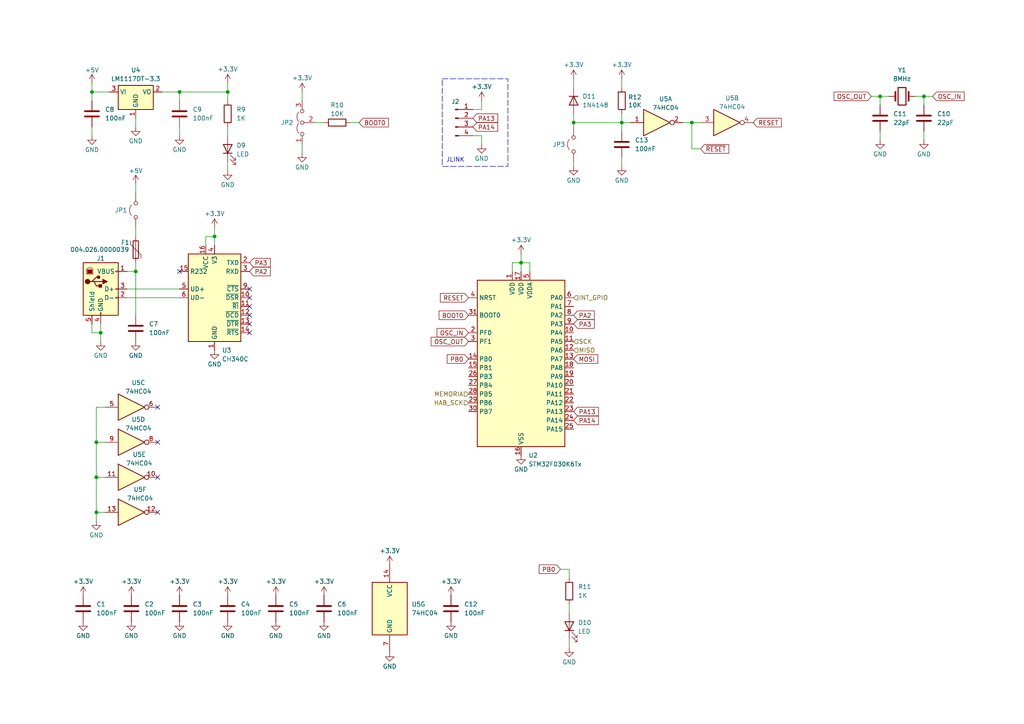
<source format=kicad_sch>
(kicad_sch (version 20250114) (generator "eeschema") (generator_version "9.0")
  (paper "A4")
  (lib_symbols
    (symbol "74xx:74HC04"
      (property "Reference" "U" (at 0 1.27 0))
      (property "Value" "74HC04" (at 0 -1.27 0))
      (symbol "74HC04_1_0"
        (polyline (pts (xy -3.81 3.81) (xy -3.81 -3.81) (xy 3.81 0) (xy -3.81 3.81)) (stroke (width 0.254)) (fill (type background)))
        (pin input line (at -7.62 0 0) (length 3.81) (name "~") (number "1"))
        (pin output inverted (at 7.62 0 180) (length 3.81) (name "~") (number "2"))
      )
      (symbol "74HC04_2_0"
        (polyline (pts (xy -3.81 3.81) (xy -3.81 -3.81) (xy 3.81 0) (xy -3.81 3.81)) (stroke (width 0.254)) (fill (type background)))
        (pin input line (at -7.62 0 0) (length 3.81) (name "~") (number "3"))
        (pin output inverted (at 7.62 0 180) (length 3.81) (name "~") (number "4"))
      )
      (symbol "74HC04_3_0"
        (polyline (pts (xy -3.81 3.81) (xy -3.81 -3.81) (xy 3.81 0) (xy -3.81 3.81)) (stroke (width 0.254)) (fill (type background)))
        (pin input line (at -7.62 0 0) (length 3.81) (name "~") (number "5"))
        (pin output inverted (at 7.62 0 180) (length 3.81) (name "~") (number "6"))
      )
      (symbol "74HC04_4_0"
        (polyline (pts (xy -3.81 3.81) (xy -3.81 -3.81) (xy 3.81 0) (xy -3.81 3.81)) (stroke (width 0.254)) (fill (type background)))
        (pin input line (at -7.62 0 0) (length 3.81) (name "~") (number "9"))
        (pin output inverted (at 7.62 0 180) (length 3.81) (name "~") (number "8"))
      )
      (symbol "74HC04_5_0"
        (polyline (pts (xy -3.81 3.81) (xy -3.81 -3.81) (xy 3.81 0) (xy -3.81 3.81)) (stroke (width 0.254)) (fill (type background)))
        (pin input line (at -7.62 0 0) (length 3.81) (name "~") (number "11"))
        (pin output inverted (at 7.62 0 180) (length 3.81) (name "~") (number "10"))
      )
      (symbol "74HC04_6_0"
        (polyline (pts (xy -3.81 3.81) (xy -3.81 -3.81) (xy 3.81 0) (xy -3.81 3.81)) (stroke (width 0.254)) (fill (type background)))
        (pin input line (at -7.62 0 0) (length 3.81) (name "~") (number "13"))
        (pin output inverted (at 7.62 0 180) (length 3.81) (name "~") (number "12"))
      )
      (symbol "74HC04_7_0"
        (pin power_in line (at 0 12.7 270) (length 5.08) (name "VCC") (number "14"))
        (pin power_in line (at 0 -12.7 90) (length 5.08) (name "GND") (number "7"))
      )
      (symbol "74HC04_7_1"
        (rectangle (start -5.08 7.62) (end 5.08 -7.62) (stroke (width 0.254)) (fill (type background)))
      )
    )
    (symbol "Connector:Conn_01x04_Pin" (pin_names (offset 1.016) (hide yes))
      (property "Reference" "J" (at 0 5.08 0))
      (property "Value" "Conn_01x04_Pin" (at 0 -7.62 0))
      (symbol "Conn_01x04_Pin_1_1"
        (rectangle (start 0.8636 2.667) (end 0 2.413) (stroke (width 0.1524)) (fill (type outline)))
        (rectangle (start 0.8636 0.127) (end 0 -0.127) (stroke (width 0.1524)) (fill (type outline)))
        (rectangle (start 0.8636 -2.413) (end 0 -2.667) (stroke (width 0.1524)) (fill (type outline)))
        (rectangle (start 0.8636 -4.953) (end 0 -5.207) (stroke (width 0.1524)) (fill (type outline)))
        (polyline (pts (xy 1.27 2.54) (xy 0.8636 2.54)) (stroke (width 0.1524)))
        (polyline (pts (xy 1.27 0) (xy 0.8636 0)) (stroke (width 0.1524)))
        (polyline (pts (xy 1.27 -2.54) (xy 0.8636 -2.54)) (stroke (width 0.1524)))
        (polyline (pts (xy 1.27 -5.08) (xy 0.8636 -5.08)) (stroke (width 0.1524)))
        (pin passive line (at 5.08 2.54 180) (length 3.81) (name "Pin_1") (number "1"))
        (pin passive line (at 5.08 0 180) (length 3.81) (name "Pin_2") (number "2"))
        (pin passive line (at 5.08 -2.54 180) (length 3.81) (name "Pin_3") (number "3"))
        (pin passive line (at 5.08 -5.08 180) (length 3.81) (name "Pin_4") (number "4"))
      )
    )
    (symbol "Connector:USB_B" (pin_names (offset 1.016))
      (property "Reference" "J" (at -5.08 11.43 0))
      (property "Value" "USB_B" (at -5.08 8.89 0))
      (symbol "USB_B_0_1"
        (rectangle (start -5.08 -7.62) (end 5.08 7.62) (stroke (width 0.254)) (fill (type background)))
        (polyline (pts (xy -4.064 4.318) (xy -2.286 4.318) (xy -2.286 5.715) (xy -2.667 6.096) (xy -3.683 6.096) (xy -4.064 5.715) (xy -4.064 4.318)))
        (rectangle (start -3.81 5.588) (end -2.54 4.572) (fill (type outline)))
        (circle (center -3.81 2.159) (radius 0.635) (stroke (width 0.254)) (fill (type outline)))
        (polyline (pts (xy -3.175 2.159) (xy -2.54 2.159) (xy -1.27 3.429) (xy -0.635 3.429)) (stroke (width 0.254)))
        (polyline (pts (xy -2.54 2.159) (xy -1.905 2.159) (xy -1.27 0.889) (xy 0 0.889)) (stroke (width 0.254)))
        (polyline (pts (xy -1.905 2.159) (xy 0.635 2.159)) (stroke (width 0.254)))
        (circle (center -0.635 3.429) (radius 0.381) (stroke (width 0.254)) (fill (type outline)))
        (rectangle (start -0.127 -7.62) (end 0.127 -6.858))
        (rectangle (start 0.254 1.27) (end -0.508 0.508) (stroke (width 0.254)) (fill (type outline)))
        (polyline (pts (xy 0.635 2.794) (xy 0.635 1.524) (xy 1.905 2.159) (xy 0.635 2.794)) (stroke (width 0.254)) (fill (type outline)))
        (rectangle (start 5.08 4.953) (end 4.318 5.207))
        (rectangle (start 5.08 -0.127) (end 4.318 0.127))
        (rectangle (start 5.08 -2.667) (end 4.318 -2.413))
      )
      (symbol "USB_B_1_1"
        (pin passive line (at -2.54 -10.16 90) (length 2.54) (name "Shield") (number "5"))
        (pin power_out line (at 0 -10.16 90) (length 2.54) (name "GND") (number "4"))
        (pin power_out line (at 7.62 5.08 180) (length 2.54) (name "VBUS") (number "1"))
        (pin bidirectional line (at 7.62 0 180) (length 2.54) (name "D+") (number "3"))
        (pin bidirectional line (at 7.62 -2.54 180) (length 2.54) (name "D-") (number "2"))
      )
    )
    (symbol "Device:C" (pin_numbers (hide yes)) (pin_names (offset 0.254))
      (property "Reference" "C" (at 0.635 2.54 0))
      (property "Value" "C" (at 0.635 -2.54 0))
      (symbol "C_0_1"
        (polyline (pts (xy -2.032 0.762) (xy 2.032 0.762)) (stroke (width 0.508)))
        (polyline (pts (xy -2.032 -0.762) (xy 2.032 -0.762)) (stroke (width 0.508)))
      )
      (symbol "C_1_1"
        (pin passive line (at 0 3.81 270) (length 2.794) (name "~") (number "1"))
        (pin passive line (at 0 -3.81 90) (length 2.794) (name "~") (number "2"))
      )
    )
    (symbol "Device:Crystal" (pin_numbers (hide yes)) (pin_names (offset 1.016) (hide yes))
      (property "Reference" "Y" (at 0 3.81 0))
      (property "Value" "Crystal" (at 0 -3.81 0))
      (symbol "Crystal_0_1"
        (polyline (pts (xy -2.54 0) (xy -1.905 0)))
        (polyline (pts (xy -1.905 -1.27) (xy -1.905 1.27)) (stroke (width 0.508)))
        (rectangle (start -1.143 2.54) (end 1.143 -2.54) (stroke (width 0.3048)))
        (polyline (pts (xy 1.905 -1.27) (xy 1.905 1.27)) (stroke (width 0.508)))
        (polyline (pts (xy 2.54 0) (xy 1.905 0)))
      )
      (symbol "Crystal_1_1"
        (pin passive line (at -3.81 0 0) (length 1.27) (name "1") (number "1"))
        (pin passive line (at 3.81 0 180) (length 1.27) (name "2") (number "2"))
      )
    )
    (symbol "Device:LED" (pin_numbers (hide yes)) (pin_names (offset 1.016) (hide yes))
      (property "Reference" "D" (at 0 2.54 0))
      (property "Value" "LED" (at 0 -2.54 0))
      (symbol "LED_0_1"
        (polyline (pts (xy -3.048 -0.762) (xy -4.572 -2.286) (xy -3.81 -2.286) (xy -4.572 -2.286) (xy -4.572 -1.524)))
        (polyline (pts (xy -1.778 -0.762) (xy -3.302 -2.286) (xy -2.54 -2.286) (xy -3.302 -2.286) (xy -3.302 -1.524)))
        (polyline (pts (xy -1.27 0) (xy 1.27 0)))
        (polyline (pts (xy -1.27 -1.27) (xy -1.27 1.27)) (stroke (width 0.254)))
        (polyline (pts (xy 1.27 -1.27) (xy 1.27 1.27) (xy -1.27 0) (xy 1.27 -1.27)) (stroke (width 0.254)))
      )
      (symbol "LED_1_1"
        (pin passive line (at -3.81 0 0) (length 2.54) (name "K") (number "1"))
        (pin passive line (at 3.81 0 180) (length 2.54) (name "A") (number "2"))
      )
    )
    (symbol "Device:Polyfuse" (pin_numbers (hide yes)) (pin_names (offset 0))
      (property "Reference" "F" (at -2.54 0 90))
      (property "Value" "Polyfuse" (at 2.54 0 90))
      (symbol "Polyfuse_0_1"
        (polyline (pts (xy -1.524 2.54) (xy -1.524 1.524) (xy 1.524 -1.524) (xy 1.524 -2.54)))
        (rectangle (start -0.762 2.54) (end 0.762 -2.54) (stroke (width 0.254)))
        (polyline (pts (xy 0 2.54) (xy 0 -2.54)))
      )
      (symbol "Polyfuse_1_1"
        (pin passive line (at 0 3.81 270) (length 1.27) (name "~") (number "1"))
        (pin passive line (at 0 -3.81 90) (length 1.27) (name "~") (number "2"))
      )
    )
    (symbol "Device:R" (pin_numbers (hide yes)) (pin_names (offset 0))
      (property "Reference" "R" (at 2.032 0 90))
      (property "Value" "R" (at 0 0 90))
      (symbol "R_0_1"
        (rectangle (start -1.016 -2.54) (end 1.016 2.54) (stroke (width 0.254)))
      )
      (symbol "R_1_1"
        (pin passive line (at 0 3.81 270) (length 1.27) (name "~") (number "1"))
        (pin passive line (at 0 -3.81 90) (length 1.27) (name "~") (number "2"))
      )
    )
    (symbol "Diode:1N4148" (pin_numbers (hide yes)) (pin_names (hide yes))
      (property "Reference" "D" (at 0 2.54 0))
      (property "Value" "1N4148" (at 0 -2.54 0))
      (symbol "1N4148_0_1"
        (polyline (pts (xy -1.27 1.27) (xy -1.27 -1.27)) (stroke (width 0.254)))
        (polyline (pts (xy 1.27 1.27) (xy 1.27 -1.27) (xy -1.27 0) (xy 1.27 1.27)) (stroke (width 0.254)))
        (polyline (pts (xy 1.27 0) (xy -1.27 0)))
      )
      (symbol "1N4148_1_1"
        (pin passive line (at -3.81 0 0) (length 2.54) (name "K") (number "1"))
        (pin passive line (at 3.81 0 180) (length 2.54) (name "A") (number "2"))
      )
    )
    (symbol "Interface_USB:CH340C"
      (property "Reference" "U" (at -5.08 13.97 0))
      (property "Value" "CH340C" (at 1.27 13.97 0))
      (symbol "CH340C_0_1"
        (rectangle (start -7.62 12.7) (end 7.62 -12.7) (stroke (width 0.254)) (fill (type background)))
      )
      (symbol "CH340C_1_1"
        (pin input line (at -10.16 7.62 0) (length 2.54) (name "R232") (number "15"))
        (pin bidirectional line (at -10.16 2.54 0) (length 2.54) (name "UD+") (number "5"))
        (pin bidirectional line (at -10.16 0 0) (length 2.54) (name "UD-") (number "6"))
        (pin no_connect line (at -7.62 -5.08 0) (length 2.54) (hide yes) (name "NC") (number "7"))
        (pin no_connect line (at -7.62 -7.62 0) (length 2.54) (hide yes) (name "NC") (number "8"))
        (pin power_in line (at -2.54 15.24 270) (length 2.54) (name "VCC") (number "16"))
        (pin power_out line (at 0 15.24 270) (length 2.54) (name "V3") (number "4"))
        (pin power_in line (at 0 -15.24 90) (length 2.54) (name "GND") (number "1"))
        (pin output line (at 10.16 10.16 180) (length 2.54) (name "TXD") (number "2"))
        (pin input line (at 10.16 7.62 180) (length 2.54) (name "RXD") (number "3"))
        (pin input line (at 10.16 2.54 180) (length 2.54) (name "~{CTS}") (number "9"))
        (pin input line (at 10.16 0 180) (length 2.54) (name "~{DSR}") (number "10"))
        (pin input line (at 10.16 -2.54 180) (length 2.54) (name "~{RI}") (number "11"))
        (pin input line (at 10.16 -5.08 180) (length 2.54) (name "~{DCD}") (number "12"))
        (pin output line (at 10.16 -7.62 180) (length 2.54) (name "~{DTR}") (number "13"))
        (pin output line (at 10.16 -10.16 180) (length 2.54) (name "~{RTS}") (number "14"))
      )
    )
    (symbol "Jumper:Jumper_2_Open" (pin_numbers (hide yes)) (pin_names (offset 0) (hide yes))
      (property "Reference" "JP" (at 0 2.794 0))
      (property "Value" "Jumper_2_Open" (at 0 -2.286 0))
      (symbol "Jumper_2_Open_0_0"
        (circle (center -2.032 0) (radius 0.508))
        (circle (center 2.032 0) (radius 0.508))
      )
      (symbol "Jumper_2_Open_0_1"
        (arc (start -1.524 1.27) (mid 0 1.778) (end 1.524 1.27))
      )
      (symbol "Jumper_2_Open_1_1"
        (pin passive line (at -5.08 0 0) (length 2.54) (name "A") (number "1"))
        (pin passive line (at 5.08 0 180) (length 2.54) (name "B") (number "2"))
      )
    )
    (symbol "Jumper:Jumper_3_Open" (pin_names (offset 0) (hide yes)) (in_bom no)
      (property "Reference" "JP" (at -2.54 -2.54 0))
      (property "Value" "Jumper_3_Open" (at 0 2.794 0))
      (symbol "Jumper_3_Open_0_0"
        (circle (center -3.302 0) (radius 0.508))
        (circle (center 0 0) (radius 0.508))
        (circle (center 3.302 0) (radius 0.508))
      )
      (symbol "Jumper_3_Open_0_1"
        (arc (start -3.048 1.016) (mid -1.651 1.4992) (end -0.254 1.016))
        (polyline (pts (xy 0 -0.508) (xy 0 -1.27)))
        (arc (start 0.254 1.016) (mid 1.651 1.4992) (end 3.048 1.016))
      )
      (symbol "Jumper_3_Open_1_1"
        (pin passive line (at -6.35 0 0) (length 2.54) (name "A") (number "1"))
        (pin passive line (at 0 -3.81 90) (length 2.54) (name "C") (number "2"))
        (pin passive line (at 6.35 0 180) (length 2.54) (name "B") (number "3"))
      )
    )
    (symbol "MCU_ST_STM32F0:STM32F030K6Tx"
      (property "Reference" "U" (at -12.7 26.67 0))
      (property "Value" "STM32F030K6Tx" (at 5.08 26.67 0))
      (symbol "STM32F030K6Tx_0_1"
        (rectangle (start -12.7 -22.86) (end 12.7 25.4) (stroke (width 0.254)) (fill (type background)))
      )
      (symbol "STM32F030K6Tx_1_1"
        (pin input line (at -15.24 20.32 0) (length 2.54) (name "NRST") (number "4"))
        (pin input line (at -15.24 15.24 0) (length 2.54) (name "BOOT0") (number "31"))
        (pin bidirectional line (at -15.24 10.16 0) (length 2.54) (name "PF0") (number "2"))
        (pin bidirectional line (at -15.24 7.62 0) (length 2.54) (name "PF1") (number "3"))
        (pin bidirectional line (at -15.24 2.54 0) (length 2.54) (name "PB0") (number "14"))
        (pin bidirectional line (at -15.24 0 0) (length 2.54) (name "PB1") (number "15"))
        (pin bidirectional line (at -15.24 -2.54 0) (length 2.54) (name "PB3") (number "26"))
        (pin bidirectional line (at -15.24 -5.08 0) (length 2.54) (name "PB4") (number "27"))
        (pin bidirectional line (at -15.24 -7.62 0) (length 2.54) (name "PB5") (number "28"))
        (pin bidirectional line (at -15.24 -10.16 0) (length 2.54) (name "PB6") (number "29"))
        (pin bidirectional line (at -15.24 -12.7 0) (length 2.54) (name "PB7") (number "30"))
        (pin power_in line (at -2.54 27.94 270) (length 2.54) (name "VDD") (number "1"))
        (pin power_in line (at 0 27.94 270) (length 2.54) (name "VDD") (number "17"))
        (pin power_in line (at 0 -25.4 90) (length 2.54) (name "VSS") (number "16"))
        (pin passive line (at 0 -25.4 90) (length 2.54) (hide yes) (name "VSS") (number "32"))
        (pin power_in line (at 2.54 27.94 270) (length 2.54) (name "VDDA") (number "5"))
        (pin bidirectional line (at 15.24 20.32 180) (length 2.54) (name "PA0") (number "6"))
        (pin bidirectional line (at 15.24 17.78 180) (length 2.54) (name "PA1") (number "7"))
        (pin bidirectional line (at 15.24 15.24 180) (length 2.54) (name "PA2") (number "8"))
        (pin bidirectional line (at 15.24 12.7 180) (length 2.54) (name "PA3") (number "9"))
        (pin bidirectional line (at 15.24 10.16 180) (length 2.54) (name "PA4") (number "10"))
        (pin bidirectional line (at 15.24 7.62 180) (length 2.54) (name "PA5") (number "11"))
        (pin bidirectional line (at 15.24 5.08 180) (length 2.54) (name "PA6") (number "12"))
        (pin bidirectional line (at 15.24 2.54 180) (length 2.54) (name "PA7") (number "13"))
        (pin bidirectional line (at 15.24 0 180) (length 2.54) (name "PA8") (number "18"))
        (pin bidirectional line (at 15.24 -2.54 180) (length 2.54) (name "PA9") (number "19"))
        (pin bidirectional line (at 15.24 -5.08 180) (length 2.54) (name "PA10") (number "20"))
        (pin bidirectional line (at 15.24 -7.62 180) (length 2.54) (name "PA11") (number "21"))
        (pin bidirectional line (at 15.24 -10.16 180) (length 2.54) (name "PA12") (number "22"))
        (pin bidirectional line (at 15.24 -12.7 180) (length 2.54) (name "PA13") (number "23"))
        (pin bidirectional line (at 15.24 -15.24 180) (length 2.54) (name "PA14") (number "24"))
        (pin bidirectional line (at 15.24 -17.78 180) (length 2.54) (name "PA15") (number "25"))
      )
    )
    (symbol "Regulator_Linear:LM1117DT-3.3"
      (property "Reference" "U" (at -3.81 3.175 0))
      (property "Value" "LM1117DT-3.3" (at 0 3.175 0))
      (symbol "LM1117DT-3.3_0_1"
        (rectangle (start -5.08 -5.08) (end 5.08 1.905) (stroke (width 0.254)) (fill (type background)))
      )
      (symbol "LM1117DT-3.3_1_1"
        (pin power_in line (at -7.62 0 0) (length 2.54) (name "VI") (number "3"))
        (pin power_in line (at 0 -7.62 90) (length 2.54) (name "GND") (number "1"))
        (pin power_out line (at 7.62 0 180) (length 2.54) (name "VO") (number "2"))
      )
    )
    (symbol "power:+3.3V" (power) (pin_numbers (hide yes)) (pin_names (offset 0) (hide yes))
      (property "Value" "+3.3V" (at 0 3.556 0))
      (symbol "+3.3V_0_1"
        (polyline (pts (xy -0.762 1.27) (xy 0 2.54)))
        (polyline (pts (xy 0 2.54) (xy 0.762 1.27)))
        (polyline (pts (xy 0 0) (xy 0 2.54)))
      )
      (symbol "+3.3V_1_1"
        (pin power_in line (at 0 0 90) (length 0) (name "~") (number "1"))
      )
    )
    (symbol "power:+5V" (power) (pin_numbers (hide yes)) (pin_names (offset 0) (hide yes))
      (property "Value" "+5V" (at 0 3.556 0))
      (symbol "+5V_0_1"
        (polyline (pts (xy -0.762 1.27) (xy 0 2.54)))
        (polyline (pts (xy 0 2.54) (xy 0.762 1.27)))
        (polyline (pts (xy 0 0) (xy 0 2.54)))
      )
      (symbol "+5V_1_1"
        (pin power_in line (at 0 0 90) (length 0) (name "~") (number "1"))
      )
    )
    (symbol "power:GND" (power) (pin_numbers (hide yes)) (pin_names (offset 0) (hide yes))
      (property "Value" "GND" (at 0 -3.81 0))
      (symbol "GND_0_1"
        (polyline (pts (xy 0 0) (xy 0 -1.27) (xy 1.27 -1.27) (xy 0 -2.54) (xy -1.27 -1.27) (xy 0 -1.27)))
      )
      (symbol "GND_1_1"
        (pin power_in line (at 0 0 270) (length 0) (name "~") (number "1"))
      )
    )
  )
  (rectangle (start 128.27 22.86) (end 147.32 48.26) (stroke (width 0) (type dash)))
  (text "JLINK" (at 132.08 46.482 0) (effects (font (size 1.27 1.27))))
  (junction (at 166.37 35.56))
  (junction (at 66.04 26.67))
  (junction (at 52.07 26.67))
  (junction (at 27.94 138.43))
  (junction (at 29.21 96.52))
  (junction (at 62.23 68.58))
  (junction (at 27.94 148.59))
  (junction (at 180.34 35.56))
  (junction (at 255.27 27.94))
  (junction (at 200.66 35.56))
  (junction (at 39.37 78.74))
  (junction (at 26.67 26.67))
  (junction (at 27.94 128.27))
  (junction (at 267.97 27.94))
  (junction (at 151.13 76.2))
  (no_connect (at 52.07 78.74))
  (no_connect (at 72.39 93.98))
  (no_connect (at 45.72 118.11))
  (no_connect (at 45.72 138.43))
  (no_connect (at 72.39 96.52))
  (no_connect (at 72.39 83.82))
  (no_connect (at 45.72 148.59))
  (no_connect (at 72.39 86.36))
  (no_connect (at 72.39 88.9))
  (no_connect (at 45.72 128.27))
  (no_connect (at 72.39 91.44))
  (wire (pts (xy 39.37 76.2) (xy 39.37 78.74)))
  (wire (pts (xy 62.23 66.04) (xy 62.23 68.58)))
  (wire (pts (xy 91.44 35.56) (xy 93.98 35.56)))
  (wire (pts (xy 151.13 76.2) (xy 153.67 76.2)))
  (wire (pts (xy 166.37 35.56) (xy 166.37 36.83)))
  (wire (pts (xy 166.37 35.56) (xy 180.34 35.56)))
  (wire (pts (xy 36.83 83.82) (xy 52.07 83.82)))
  (wire (pts (xy 29.21 93.98) (xy 29.21 96.52)))
  (wire (pts (xy 203.2 43.18) (xy 200.66 43.18)))
  (wire (pts (xy 39.37 36.83) (xy 39.37 34.29)))
  (wire (pts (xy 151.13 73.66) (xy 151.13 76.2)))
  (wire (pts (xy 27.94 138.43) (xy 30.48 138.43)))
  (wire (pts (xy 66.04 26.67) (xy 52.07 26.67)))
  (wire (pts (xy 27.94 138.43) (xy 27.94 128.27)))
  (wire (pts (xy 27.94 118.11) (xy 30.48 118.11)))
  (wire (pts (xy 36.83 86.36) (xy 52.07 86.36)))
  (wire (pts (xy 59.69 71.12) (xy 59.69 68.58)))
  (wire (pts (xy 255.27 40.64) (xy 255.27 38.1)))
  (wire (pts (xy 148.59 78.74) (xy 148.59 76.2)))
  (wire (pts (xy 26.67 93.98) (xy 26.67 96.52)))
  (wire (pts (xy 62.23 68.58) (xy 62.23 71.12)))
  (wire (pts (xy 267.97 27.94) (xy 265.43 27.94)))
  (wire (pts (xy 137.16 39.37) (xy 139.7 39.37)))
  (wire (pts (xy 151.13 76.2) (xy 151.13 78.74)))
  (wire (pts (xy 66.04 29.21) (xy 66.04 26.67)))
  (wire (pts (xy 267.97 30.48) (xy 267.97 27.94)))
  (wire (pts (xy 137.16 31.75) (xy 139.7 31.75)))
  (wire (pts (xy 153.67 78.74) (xy 153.67 76.2)))
  (wire (pts (xy 26.67 96.52) (xy 29.21 96.52)))
  (wire (pts (xy 66.04 26.67) (xy 66.04 24.13)))
  (wire (pts (xy 180.34 35.56) (xy 180.34 33.02)))
  (wire (pts (xy 26.67 26.67) (xy 26.67 24.13)))
  (wire (pts (xy 87.63 44.45) (xy 87.63 41.91)))
  (wire (pts (xy 200.66 43.18) (xy 200.66 35.56)))
  (wire (pts (xy 165.1 187.96) (xy 165.1 185.42)))
  (wire (pts (xy 148.59 76.2) (xy 151.13 76.2)))
  (wire (pts (xy 26.67 39.37) (xy 26.67 36.83)))
  (wire (pts (xy 139.7 41.91) (xy 139.7 39.37)))
  (wire (pts (xy 180.34 22.86) (xy 180.34 25.4)))
  (wire (pts (xy 27.94 128.27) (xy 30.48 128.27)))
  (wire (pts (xy 66.04 36.83) (xy 66.04 39.37)))
  (wire (pts (xy 165.1 175.26) (xy 165.1 177.8)))
  (wire (pts (xy 52.07 39.37) (xy 52.07 36.83)))
  (wire (pts (xy 27.94 148.59) (xy 30.48 148.59)))
  (wire (pts (xy 165.1 167.64) (xy 165.1 165.1)))
  (wire (pts (xy 27.94 148.59) (xy 27.94 138.43)))
  (wire (pts (xy 29.21 96.52) (xy 29.21 99.06)))
  (wire (pts (xy 267.97 40.64) (xy 267.97 38.1)))
  (wire (pts (xy 166.37 22.86) (xy 166.37 25.4)))
  (wire (pts (xy 39.37 91.44) (xy 39.37 78.74)))
  (wire (pts (xy 27.94 151.13) (xy 27.94 148.59)))
  (wire (pts (xy 162.56 165.1) (xy 165.1 165.1)))
  (wire (pts (xy 26.67 26.67) (xy 26.67 29.21)))
  (wire (pts (xy 46.99 26.67) (xy 52.07 26.67)))
  (wire (pts (xy 59.69 68.58) (xy 62.23 68.58)))
  (wire (pts (xy 101.6 35.56) (xy 104.14 35.56)))
  (wire (pts (xy 198.12 35.56) (xy 200.66 35.56)))
  (wire (pts (xy 87.63 26.67) (xy 87.63 29.21)))
  (wire (pts (xy 200.66 35.56) (xy 203.2 35.56)))
  (wire (pts (xy 267.97 27.94) (xy 270.51 27.94)))
  (wire (pts (xy 166.37 48.26) (xy 166.37 46.99)))
  (wire (pts (xy 52.07 26.67) (xy 52.07 29.21)))
  (wire (pts (xy 180.34 35.56) (xy 182.88 35.56)))
  (wire (pts (xy 39.37 66.04) (xy 39.37 68.58)))
  (wire (pts (xy 166.37 33.02) (xy 166.37 35.56)))
  (wire (pts (xy 39.37 78.74) (xy 36.83 78.74)))
  (wire (pts (xy 39.37 53.34) (xy 39.37 55.88)))
  (wire (pts (xy 26.67 26.67) (xy 31.75 26.67)))
  (wire (pts (xy 139.7 29.21) (xy 139.7 31.75)))
  (wire (pts (xy 66.04 49.53) (xy 66.04 46.99)))
  (wire (pts (xy 27.94 128.27) (xy 27.94 118.11)))
  (wire (pts (xy 252.73 27.94) (xy 255.27 27.94)))
  (wire (pts (xy 180.34 48.26) (xy 180.34 45.72)))
  (wire (pts (xy 180.34 35.56) (xy 180.34 38.1)))
  (wire (pts (xy 255.27 27.94) (xy 257.81 27.94)))
  (wire (pts (xy 255.27 30.48) (xy 255.27 27.94)))
  (global_label "PA13" (shape input) (at 166.37 119.38 0) (property "Intersheetrefs" "${INTERSHEET_REFS}" (effects (hide yes))))
  (global_label "PB0" (shape input) (at 135.89 104.14 180) (property "Intersheetrefs" "${INTERSHEET_REFS}" (effects (hide yes))))
  (global_label "~{RESET}" (shape input) (at 203.2 43.18 0) (property "Intersheetrefs" "${INTERSHEET_REFS}" (effects (hide yes))))
  (global_label "PA3" (shape input) (at 166.37 93.98 0) (property "Intersheetrefs" "${INTERSHEET_REFS}" (effects (hide yes))))
  (global_label "BOOT0" (shape input) (at 104.14 35.56 0) (property "Intersheetrefs" "${INTERSHEET_REFS}" (effects (hide yes))))
  (global_label "PA13" (shape input) (at 137.16 34.29 0) (property "Intersheetrefs" "${INTERSHEET_REFS}" (effects (hide yes))))
  (global_label "PA14" (shape input) (at 166.37 121.92 0) (property "Intersheetrefs" "${INTERSHEET_REFS}" (effects (hide yes))))
  (global_label "PA3" (shape input) (at 72.39 76.2 0) (property "Intersheetrefs" "${INTERSHEET_REFS}" (effects (hide yes))))
  (global_label "BOOT0" (shape input) (at 135.89 91.44 180) (property "Intersheetrefs" "${INTERSHEET_REFS}" (effects (hide yes))))
  (global_label "RESET" (shape input) (at 218.44 35.56 0) (property "Intersheetrefs" "${INTERSHEET_REFS}" (effects (hide yes))))
  (global_label "OSC_OUT" (shape input) (at 135.89 99.06 180) (property "Intersheetrefs" "${INTERSHEET_REFS}" (effects (hide yes))))
  (global_label "OSC_IN" (shape input) (at 135.89 96.52 180) (property "Intersheetrefs" "${INTERSHEET_REFS}" (effects (hide yes))))
  (global_label "PA14" (shape input) (at 137.16 36.83 0) (property "Intersheetrefs" "${INTERSHEET_REFS}" (effects (hide yes))))
  (global_label "RESET" (shape input) (at 135.89 86.36 180) (property "Intersheetrefs" "${INTERSHEET_REFS}" (effects (hide yes))))
  (global_label "MOSI" (shape input) (at 166.37 104.14 0) (property "Intersheetrefs" "${INTERSHEET_REFS}" (effects (hide yes))))
  (global_label "OSC_IN" (shape input) (at 270.51 27.94 0) (property "Intersheetrefs" "${INTERSHEET_REFS}" (effects (hide yes))))
  (global_label "PA2" (shape input) (at 72.39 78.74 0) (property "Intersheetrefs" "${INTERSHEET_REFS}" (effects (hide yes))))
  (global_label "PA2" (shape input) (at 166.37 91.44 0) (property "Intersheetrefs" "${INTERSHEET_REFS}" (effects (hide yes))))
  (global_label "PB0" (shape input) (at 162.56 165.1 180) (property "Intersheetrefs" "${INTERSHEET_REFS}" (effects (hide yes))))
  (global_label "OSC_OUT" (shape input) (at 252.73 27.94 180) (property "Intersheetrefs" "${INTERSHEET_REFS}" (effects (hide yes))))
  (hierarchical_label "HAB_SCK" (shape input) (at 135.89 116.84 180))
  (hierarchical_label "MISO" (shape input) (at 166.37 101.6 0))
  (hierarchical_label "MEMORIA" (shape input) (at 135.89 114.3 180))
  (hierarchical_label "INT_GPIO" (shape input) (at 166.37 86.36 0))
  (hierarchical_label "SCK" (shape input) (at 166.37 99.06 0))
  (symbol (lib_id "power:GND") (at 39.37 99.06 0) (unit 1)
    (property "Reference" "#PWR021" (effects (hide yes)))
    (property "Value" "GND" (at 39.37 103.124 0))
    (property "Description" "Power symbol creates a global label with name \"GND\" , ground" (effects (hide yes)))
  )
  (symbol (lib_id "power:GND") (at 39.37 36.83 0) (unit 1)
    (property "Reference" "#PWR025" (effects (hide yes)))
    (property "Value" "GND" (at 39.37 40.894 0))
    (property "Description" "Power symbol creates a global label with name \"GND\" , ground" (effects (hide yes)))
  )
  (symbol (lib_id "Device:C") (at 130.81 176.53 0) (unit 1)
    (property "Reference" "C12" (at 134.62 175.2599 0) (effects (justify left)))
    (property "Value" "100nF" (at 134.62 177.7999 0) (effects (justify left)))
    (property "Footprint" "Capacitor_SMD:C_0805_2012Metric_Pad1.18x1.45mm_HandSolder" (effects (hide yes)))
    (property "Description" "Unpolarized capacitor" (effects (hide yes)))
  )
  (symbol (lib_id "Diode:1N4148") (at 166.37 29.21 270) (unit 1)
    (property "Reference" "D11" (at 168.91 27.9399 90) (effects (justify left)))
    (property "Value" "1N4148" (at 168.91 30.4799 90) (effects (justify left)))
    (property "Footprint" "Diode_THT:D_DO-35_SOD27_P7.62mm_Horizontal" (effects (hide yes)))
    (property "Datasheet" "https://assets.nexperia.com/documents/data-sheet/1N4148_1N4448.pdf" (effects (hide yes)))
    (property "Description" "100V 0.15A standard switching diode, DO-35" (effects (hide yes)))
    (property "Sim.Device" "D" (effects (hide yes)))
    (property "Sim.Pins" "1=K 2=A" (effects (hide yes)))
  )
  (symbol (lib_id "power:GND") (at 165.1 187.96 0) (unit 1)
    (property "Reference" "#PWR035" (effects (hide yes)))
    (property "Value" "GND" (at 165.1 192.024 0))
    (property "Description" "Power symbol creates a global label with name \"GND\" , ground" (effects (hide yes)))
  )
  (symbol (lib_id "power:GND") (at 38.1 180.34 0) (unit 1)
    (property "Reference" "#PWR012" (effects (hide yes)))
    (property "Value" "GND" (at 38.1 184.404 0))
    (property "Description" "Power symbol creates a global label with name \"GND\" , ground" (effects (hide yes)))
  )
  (symbol (lib_id "74xx:74HC04") (at 210.82 35.56 0) (unit 2)
    (property "Reference" "U5" (at 212.344 28.448 0))
    (property "Value" "74HC04" (at 212.344 30.988 0))
    (property "Footprint" "Package_DIP:DIP-14_W7.62mm" (effects (hide yes)))
    (property "Datasheet" "https://assets.nexperia.com/documents/data-sheet/74HC_HCT04.pdf" (effects (hide yes)))
    (property "Description" "Hex Inverter" (effects (hide yes)))
  )
  (symbol (lib_id "power:GND") (at 180.34 48.26 0) (unit 1)
    (property "Reference" "#PWR042" (effects (hide yes)))
    (property "Value" "GND" (at 180.34 52.324 0))
    (property "Description" "Power symbol creates a global label with name \"GND\" , ground" (effects (hide yes)))
  )
  (symbol (lib_id "Device:Polyfuse") (at 39.37 72.39 0) (unit 1)
    (property "Reference" "F1" (at 35.052 70.358 0) (effects (justify left)))
    (property "Value" "004.026.0000039" (at 20.32 72.39 0) (effects (justify left)))
    (property "Description" "Resettable fuse, polymeric positive temperature coefficient" (effects (hide yes)))
  )
  (symbol (lib_id "Connector:Conn_01x04_Pin") (at 132.08 34.29 0) (unit 1)
    (property "Reference" "J2" (at 132.08 29.464 0))
    (property "Value" "Conn_01x04_Pin" (effects (hide yes)))
    (property "Footprint" "Connector_PinSocket_2.54mm:PinSocket_1x04_P2.54mm_Vertical" (effects (hide yes)))
    (property "Description" "Generic connector, single row, 01x04, script generated" (effects (hide yes)))
  )
  (symbol (lib_id "Device:R") (at 165.1 171.45 0) (unit 1)
    (property "Reference" "R11" (at 167.64 170.1799 0) (effects (justify left)))
    (property "Value" "1K" (at 167.64 172.7199 0) (effects (justify left)))
    (property "Footprint" "Resistor_SMD:R_0805_2012Metric_Pad1.20x1.40mm_HandSolder" (effects (hide yes)))
    (property "Description" "Resistor" (effects (hide yes)))
  )
  (symbol (lib_id "Regulator_Linear:LM1117DT-3.3") (at 39.37 26.67 0) (unit 1)
    (property "Reference" "U4" (at 39.37 20.32 0))
    (property "Value" "LM1117DT-3.3" (at 39.37 22.86 0))
    (property "Footprint" "Package_TO_SOT_SMD:TO-252-3_TabPin2" (effects (hide yes)))
    (property "Datasheet" "http://www.ti.com/lit/ds/symlink/lm1117.pdf" (effects (hide yes)))
    (property "Description" "800mA Low-Dropout Linear Regulator, 3.3V fixed output, TO-252" (effects (hide yes)))
  )
  (symbol (lib_id "power:+3.3V") (at 130.81 172.72 0) (unit 1)
    (property "Reference" "#PWR038" (effects (hide yes)))
    (property "Value" "+3.3V" (at 130.81 168.656 0))
    (property "Description" "Power symbol creates a global label with name \"+3.3V\"" (effects (hide yes)))
  )
  (symbol (lib_id "Device:C") (at 80.01 176.53 0) (unit 1)
    (property "Reference" "C5" (at 83.82 175.2599 0) (effects (justify left)))
    (property "Value" "100nF" (at 83.82 177.7999 0) (effects (justify left)))
    (property "Footprint" "Capacitor_SMD:C_0805_2012Metric_Pad1.18x1.45mm_HandSolder" (effects (hide yes)))
    (property "Description" "Unpolarized capacitor" (effects (hide yes)))
  )
  (symbol (lib_id "power:+3.3V") (at 113.03 163.83 0) (unit 1)
    (property "Reference" "#PWR037" (effects (hide yes)))
    (property "Value" "+3.3V" (at 113.03 159.766 0))
    (property "Description" "Power symbol creates a global label with name \"+3.3V\"" (effects (hide yes)))
  )
  (symbol (lib_id "Jumper:Jumper_2_Open") (at 39.37 60.96 90) (unit 1)
    (property "Reference" "JP1" (at 33.274 60.96 90) (effects (justify right)))
    (property "Value" "Jumper_2_Open" (effects (hide yes)))
    (property "Footprint" "TestPoint:TestPoint_2Pads_Pitch2.54mm_Drill0.8mm" (effects (hide yes)))
    (property "Description" "Jumper, 2-pole, open" (effects (hide yes)))
  )
  (symbol (lib_id "power:GND") (at 139.7 41.91 0) (unit 1)
    (property "Reference" "#PWR034" (effects (hide yes)))
    (property "Value" "GND" (at 139.7 45.974 0))
    (property "Description" "Power symbol creates a global label with name \"GND\" , ground" (effects (hide yes)))
  )
  (symbol (lib_id "Interface_USB:CH340C") (at 62.23 86.36 0) (unit 1)
    (property "Reference" "U3" (at 64.3733 101.6 0) (effects (justify left)))
    (property "Value" "CH340C" (at 64.3733 104.14 0) (effects (justify left)))
    (property "Footprint" "Package_SO:SOIC-16_3.9x9.9mm_P1.27mm" (effects (hide yes)))
    (property "Datasheet" "https://datasheet.lcsc.com/szlcsc/Jiangsu-Qin-Heng-CH340C_C84681.pdf" (effects (hide yes)))
    (property "Description" "USB serial converter, crystal-less, UART, SOIC-16" (effects (hide yes)))
  )
  (symbol (lib_id "power:GND") (at 93.98 180.34 0) (unit 1)
    (property "Reference" "#PWR020" (effects (hide yes)))
    (property "Value" "GND" (at 93.98 184.404 0))
    (property "Description" "Power symbol creates a global label with name \"GND\" , ground" (effects (hide yes)))
  )
  (symbol (lib_id "power:+3.3V") (at 151.13 73.66 0) (unit 1)
    (property "Reference" "#PWR04" (effects (hide yes)))
    (property "Value" "+3.3V" (at 151.13 69.596 0))
    (property "Description" "Power symbol creates a global label with name \"+3.3V\"" (effects (hide yes)))
  )
  (symbol (lib_id "power:GND") (at 113.03 189.23 0) (unit 1)
    (property "Reference" "#PWR036" (effects (hide yes)))
    (property "Value" "GND" (at 113.03 193.294 0))
    (property "Description" "Power symbol creates a global label with name \"GND\" , ground" (effects (hide yes)))
  )
  (symbol (lib_id "power:+3.3V") (at 52.07 172.72 0) (unit 1)
    (property "Reference" "#PWR013" (effects (hide yes)))
    (property "Value" "+3.3V" (at 52.07 168.656 0))
    (property "Description" "Power symbol creates a global label with name \"+3.3V\"" (effects (hide yes)))
  )
  (symbol (lib_id "power:+3.3V") (at 80.01 172.72 0) (unit 1)
    (property "Reference" "#PWR017" (effects (hide yes)))
    (property "Value" "+3.3V" (at 80.01 168.656 0))
    (property "Description" "Power symbol creates a global label with name \"+3.3V\"" (effects (hide yes)))
  )
  (symbol (lib_id "MCU_ST_STM32F0:STM32F030K6Tx") (at 151.13 106.68 0) (unit 1)
    (property "Reference" "U2" (at 153.2733 132.08 0) (effects (justify left)))
    (property "Value" "STM32F030K6Tx" (at 153.2733 134.62 0) (effects (justify left)))
    (property "Footprint" "Package_QFP:LQFP-32_7x7mm_P0.8mm" (effects (hide yes)))
    (property "Datasheet" "https://www.st.com/resource/en/datasheet/stm32f030k6.pdf" (effects (hide yes)))
    (property "Description" "STMicroelectronics Arm Cortex-M0 MCU, 32KB flash, 4KB RAM, 48 MHz, 2.4-3.6V, 25 GPIO, LQFP32" (effects (hide yes)))
  )
  (symbol (lib_id "Device:C") (at 38.1 176.53 0) (unit 1)
    (property "Reference" "C2" (at 41.91 175.2599 0) (effects (justify left)))
    (property "Value" "100nF" (at 41.91 177.7999 0) (effects (justify left)))
    (property "Footprint" "Capacitor_SMD:C_0805_2012Metric_Pad1.18x1.45mm_HandSolder" (effects (hide yes)))
    (property "Description" "Unpolarized capacitor" (effects (hide yes)))
  )
  (symbol (lib_id "power:+3.3V") (at 62.23 66.04 0) (unit 1)
    (property "Reference" "#PWR06" (effects (hide yes)))
    (property "Value" "+3.3V" (at 62.23 61.976 0))
    (property "Description" "Power symbol creates a global label with name \"+3.3V\"" (effects (hide yes)))
  )
  (symbol (lib_id "power:GND") (at 52.07 39.37 0) (unit 1)
    (property "Reference" "#PWR027" (effects (hide yes)))
    (property "Value" "GND" (at 52.07 43.434 0))
    (property "Description" "Power symbol creates a global label with name \"GND\" , ground" (effects (hide yes)))
  )
  (symbol (lib_id "74xx:74HC04") (at 190.5 35.56 0) (unit 1)
    (property "Reference" "U5" (at 193.04 28.702 0))
    (property "Value" "74HC04" (at 193.04 31.242 0))
    (property "Footprint" "Package_DIP:DIP-14_W7.62mm" (effects (hide yes)))
    (property "Datasheet" "https://assets.nexperia.com/documents/data-sheet/74HC_HCT04.pdf" (effects (hide yes)))
    (property "Description" "Hex Inverter" (effects (hide yes)))
  )
  (symbol (lib_id "power:+3.3V") (at 66.04 172.72 0) (unit 1)
    (property "Reference" "#PWR015" (effects (hide yes)))
    (property "Value" "+3.3V" (at 66.04 168.656 0))
    (property "Description" "Power symbol creates a global label with name \"+3.3V\"" (effects (hide yes)))
  )
  (symbol (lib_id "Device:Crystal") (at 261.62 27.94 0) (unit 1)
    (property "Reference" "Y1" (at 261.62 20.32 0))
    (property "Value" "8MHz" (at 261.62 22.86 0))
    (property "Footprint" "Crystal:Crystal_HC49-U_Vertical" (effects (hide yes)))
    (property "Description" "Two pin crystal" (effects (hide yes)))
  )
  (symbol (lib_id "power:GND") (at 87.63 44.45 0) (unit 1)
    (property "Reference" "#PWR032" (effects (hide yes)))
    (property "Value" "GND" (at 87.63 48.514 0))
    (property "Description" "Power symbol creates a global label with name \"GND\" , ground" (effects (hide yes)))
  )
  (symbol (lib_id "Device:C") (at 52.07 33.02 0) (unit 1)
    (property "Reference" "C9" (at 55.88 31.7499 0) (effects (justify left)))
    (property "Value" "100nF" (at 55.88 34.2899 0) (effects (justify left)))
    (property "Footprint" "Capacitor_SMD:C_0805_2012Metric_Pad1.18x1.45mm_HandSolder" (effects (hide yes)))
    (property "Description" "Unpolarized capacitor" (effects (hide yes)))
  )
  (symbol (lib_id "Device:C") (at 180.34 41.91 0) (unit 1)
    (property "Reference" "C13" (at 184.15 40.64 0) (effects (justify left)))
    (property "Value" "100nF" (at 184.15 43.18 0) (effects (justify left)))
    (property "Footprint" "Capacitor_SMD:C_0805_2012Metric_Pad1.18x1.45mm_HandSolder" (effects (hide yes)))
    (property "Description" "Unpolarized capacitor" (effects (hide yes)))
  )
  (symbol (lib_id "Device:R") (at 180.34 29.21 0) (unit 1)
    (property "Reference" "R12" (at 184.15 28.194 0))
    (property "Value" "10K" (at 184.15 30.48 0))
    (property "Footprint" "Resistor_SMD:R_0805_2012Metric_Pad1.20x1.40mm_HandSolder" (effects (hide yes)))
    (property "Description" "Resistor" (effects (hide yes)))
  )
  (symbol (lib_id "74xx:74HC04") (at 113.03 176.53 0) (unit 7)
    (property "Reference" "U5" (at 119.38 175.2599 0) (effects (justify left)))
    (property "Value" "74HC04" (at 119.38 177.7999 0) (effects (justify left)))
    (property "Footprint" "Package_DIP:DIP-14_W7.62mm" (effects (hide yes)))
    (property "Datasheet" "https://assets.nexperia.com/documents/data-sheet/74HC_HCT04.pdf" (effects (hide yes)))
    (property "Description" "Hex Inverter" (effects (hide yes)))
  )
  (symbol (lib_id "Device:C") (at 93.98 176.53 0) (unit 1)
    (property "Reference" "C6" (at 97.79 175.2599 0) (effects (justify left)))
    (property "Value" "100nF" (at 97.79 177.7999 0) (effects (justify left)))
    (property "Footprint" "Capacitor_SMD:C_0805_2012Metric_Pad1.18x1.45mm_HandSolder" (effects (hide yes)))
    (property "Description" "Unpolarized capacitor" (effects (hide yes)))
  )
  (symbol (lib_id "power:GND") (at 29.21 99.06 0) (unit 1)
    (property "Reference" "#PWR08" (effects (hide yes)))
    (property "Value" "GND" (at 29.21 103.124 0))
    (property "Description" "Power symbol creates a global label with name \"GND\" , ground" (effects (hide yes)))
  )
  (symbol (lib_id "power:+5V") (at 26.67 24.13 0) (unit 1)
    (property "Reference" "#PWR023" (effects (hide yes)))
    (property "Value" "+5V" (at 26.67 20.32 0))
    (property "Description" "Power symbol creates a global label with name \"+5V\"" (effects (hide yes)))
  )
  (symbol (lib_id "power:GND") (at 27.94 151.13 0) (unit 1)
    (property "Reference" "#PWR044" (effects (hide yes)))
    (property "Value" "GND" (at 27.94 155.194 0))
    (property "Description" "Power symbol creates a global label with name \"GND\" , ground" (effects (hide yes)))
  )
  (symbol (lib_id "power:+3.3V") (at 180.34 22.86 0) (unit 1)
    (property "Reference" "#PWR041" (effects (hide yes)))
    (property "Value" "+3.3V" (at 180.34 18.796 0))
    (property "Description" "Power symbol creates a global label with name \"+3.3V\"" (effects (hide yes)))
  )
  (symbol (lib_id "power:GND") (at 66.04 180.34 0) (unit 1)
    (property "Reference" "#PWR016" (effects (hide yes)))
    (property "Value" "GND" (at 66.04 184.404 0))
    (property "Description" "Power symbol creates a global label with name \"GND\" , ground" (effects (hide yes)))
  )
  (symbol (lib_id "Device:C") (at 267.97 34.29 0) (unit 1)
    (property "Reference" "C10" (at 271.78 33.0199 0) (effects (justify left)))
    (property "Value" "22pF" (at 271.78 35.5599 0) (effects (justify left)))
    (property "Footprint" "Capacitor_SMD:C_0805_2012Metric_Pad1.18x1.45mm_HandSolder" (effects (hide yes)))
    (property "Description" "Unpolarized capacitor" (effects (hide yes)))
  )
  (symbol (lib_id "74xx:74HC04") (at 38.1 148.59 0) (unit 6)
    (property "Reference" "U5" (at 40.64 141.986 0))
    (property "Value" "74HC04" (at 40.64 144.526 0))
    (property "Footprint" "Package_DIP:DIP-14_W7.62mm" (effects (hide yes)))
    (property "Datasheet" "https://assets.nexperia.com/documents/data-sheet/74HC_HCT04.pdf" (effects (hide yes)))
    (property "Description" "Hex Inverter" (effects (hide yes)))
  )
  (symbol (lib_id "power:GND") (at 80.01 180.34 0) (unit 1)
    (property "Reference" "#PWR018" (effects (hide yes)))
    (property "Value" "GND" (at 80.01 184.404 0))
    (property "Description" "Power symbol creates a global label with name \"GND\" , ground" (effects (hide yes)))
  )
  (symbol (lib_id "Device:R") (at 97.79 35.56 90) (unit 1)
    (property "Reference" "R10" (at 97.79 30.48 90))
    (property "Value" "10K" (at 97.79 33.02 90))
    (property "Footprint" "Resistor_SMD:R_0805_2012Metric_Pad1.20x1.40mm_HandSolder" (effects (hide yes)))
    (property "Description" "Resistor" (effects (hide yes)))
  )
  (symbol (lib_id "Device:C") (at 39.37 95.25 0) (unit 1)
    (property "Reference" "C7" (at 43.18 93.9799 0) (effects (justify left)))
    (property "Value" "100nF" (at 43.18 96.5199 0) (effects (justify left)))
    (property "Footprint" "Capacitor_SMD:C_0805_2012Metric_Pad1.18x1.45mm_HandSolder" (effects (hide yes)))
    (property "Description" "Unpolarized capacitor" (effects (hide yes)))
  )
  (symbol (lib_id "Device:LED") (at 66.04 43.18 90) (unit 1)
    (property "Reference" "D9" (at 68.58 42.164 90) (effects (justify right)))
    (property "Value" "LED" (at 68.58 44.704 90) (effects (justify right)))
    (property "Footprint" "LED_THT:LED_D3.0mm" (effects (hide yes)))
    (property "Description" "Light emitting diode" (effects (hide yes)))
    (property "Sim.Pins" "1=K 2=A" (effects (hide yes)))
  )
  (symbol (lib_id "Jumper:Jumper_3_Open") (at 87.63 35.56 90) (unit 1) (in_bom no)
    (property "Reference" "JP2" (at 85.09 35.56 90) (effects (justify left)))
    (property "Value" "Jumper_3_Open" (effects (hide yes)))
    (property "Description" "Jumper, 3-pole, both open" (effects (hide yes)))
  )
  (symbol (lib_id "power:GND") (at 52.07 180.34 0) (unit 1)
    (property "Reference" "#PWR014" (effects (hide yes)))
    (property "Value" "GND" (at 52.07 184.404 0))
    (property "Description" "Power symbol creates a global label with name \"GND\" , ground" (effects (hide yes)))
  )
  (symbol (lib_id "74xx:74HC04") (at 38.1 118.11 0) (unit 3)
    (property "Reference" "U5" (at 40.132 110.998 0))
    (property "Value" "74HC04" (at 40.132 113.538 0))
    (property "Footprint" "Package_DIP:DIP-14_W7.62mm" (effects (hide yes)))
    (property "Datasheet" "https://assets.nexperia.com/documents/data-sheet/74HC_HCT04.pdf" (effects (hide yes)))
    (property "Description" "Hex Inverter" (effects (hide yes)))
  )
  (symbol (lib_id "power:+3.3V") (at 24.13 172.72 0) (unit 1)
    (property "Reference" "#PWR09" (effects (hide yes)))
    (property "Value" "+3.3V" (at 24.13 168.656 0))
    (property "Description" "Power symbol creates a global label with name \"+3.3V\"" (effects (hide yes)))
  )
  (symbol (lib_id "power:GND") (at 26.67 39.37 0) (unit 1)
    (property "Reference" "#PWR026" (effects (hide yes)))
    (property "Value" "GND" (at 26.67 43.434 0))
    (property "Description" "Power symbol creates a global label with name \"GND\" , ground" (effects (hide yes)))
  )
  (symbol (lib_id "power:GND") (at 62.23 101.6 0) (unit 1)
    (property "Reference" "#PWR07" (effects (hide yes)))
    (property "Value" "GND" (at 62.23 105.664 0))
    (property "Description" "Power symbol creates a global label with name \"GND\" , ground" (effects (hide yes)))
  )
  (symbol (lib_id "Device:C") (at 52.07 176.53 0) (unit 1)
    (property "Reference" "C3" (at 55.88 175.2599 0) (effects (justify left)))
    (property "Value" "100nF" (at 55.88 177.7999 0) (effects (justify left)))
    (property "Footprint" "Capacitor_SMD:C_0805_2012Metric_Pad1.18x1.45mm_HandSolder" (effects (hide yes)))
    (property "Description" "Unpolarized capacitor" (effects (hide yes)))
  )
  (symbol (lib_id "Jumper:Jumper_2_Open") (at 166.37 41.91 90) (unit 1)
    (property "Reference" "JP3" (at 160.274 41.91 90) (effects (justify right)))
    (property "Value" "Jumper_2_Open" (effects (hide yes)))
    (property "Footprint" "TestPoint:TestPoint_2Pads_Pitch2.54mm_Drill0.8mm" (effects (hide yes)))
    (property "Description" "Jumper, 2-pole, open" (effects (hide yes)))
  )
  (symbol (lib_id "Connector:USB_B") (at 29.21 83.82 0) (unit 1)
    (property "Reference" "J1" (at 29.21 74.93 0))
    (property "Value" "USB_B" (effects (hide yes)))
    (property "Footprint" "Connector_USB:USB_B_Lumberg_2411_02_Horizontal" (effects (hide yes)))
    (property "Description" "USB Type B connector" (effects (hide yes)))
  )
  (symbol (lib_id "Device:C") (at 255.27 34.29 0) (unit 1)
    (property "Reference" "C11" (at 259.08 33.0199 0) (effects (justify left)))
    (property "Value" "22pF" (at 259.08 35.5599 0) (effects (justify left)))
    (property "Footprint" "Capacitor_SMD:C_0805_2012Metric_Pad1.18x1.45mm_HandSolder" (effects (hide yes)))
    (property "Description" "Unpolarized capacitor" (effects (hide yes)))
  )
  (symbol (lib_id "power:+3.3V") (at 166.37 22.86 0) (unit 1)
    (property "Reference" "#PWR040" (effects (hide yes)))
    (property "Value" "+3.3V" (at 166.37 18.796 0))
    (property "Description" "Power symbol creates a global label with name \"+3.3V\"" (effects (hide yes)))
  )
  (symbol (lib_id "Device:R") (at 66.04 33.02 0) (unit 1)
    (property "Reference" "R9" (at 68.58 31.7499 0) (effects (justify left)))
    (property "Value" "1K" (at 68.58 34.2899 0) (effects (justify left)))
    (property "Footprint" "Resistor_SMD:R_0805_2012Metric_Pad1.20x1.40mm_HandSolder" (effects (hide yes)))
    (property "Description" "Resistor" (effects (hide yes)))
  )
  (symbol (lib_id "power:GND") (at 267.97 40.64 0) (unit 1)
    (property "Reference" "#PWR029" (effects (hide yes)))
    (property "Value" "GND" (at 267.97 44.704 0))
    (property "Description" "Power symbol creates a global label with name \"GND\" , ground" (effects (hide yes)))
  )
  (symbol (lib_id "power:GND") (at 130.81 180.34 0) (unit 1)
    (property "Reference" "#PWR039" (effects (hide yes)))
    (property "Value" "GND" (at 130.81 184.404 0))
    (property "Description" "Power symbol creates a global label with name \"GND\" , ground" (effects (hide yes)))
  )
  (symbol (lib_id "Device:LED") (at 165.1 181.61 90) (unit 1)
    (property "Reference" "D10" (at 167.64 180.594 90) (effects (justify right)))
    (property "Value" "LED" (at 167.64 183.134 90) (effects (justify right)))
    (property "Footprint" "LED_THT:LED_D3.0mm" (effects (hide yes)))
    (property "Description" "Light emitting diode" (effects (hide yes)))
    (property "Sim.Pins" "1=K 2=A" (effects (hide yes)))
  )
  (symbol (lib_id "power:+3.3V") (at 87.63 26.67 0) (unit 1)
    (property "Reference" "#PWR031" (effects (hide yes)))
    (property "Value" "+3.3V" (at 87.63 22.606 0))
    (property "Description" "Power symbol creates a global label with name \"+3.3V\"" (effects (hide yes)))
  )
  (symbol (lib_id "power:GND") (at 255.27 40.64 0) (unit 1)
    (property "Reference" "#PWR030" (effects (hide yes)))
    (property "Value" "GND" (at 255.27 44.704 0))
    (property "Description" "Power symbol creates a global label with name \"GND\" , ground" (effects (hide yes)))
  )
  (symbol (lib_id "power:+3.3V") (at 139.7 29.21 0) (unit 1)
    (property "Reference" "#PWR033" (effects (hide yes)))
    (property "Value" "+3.3V" (at 139.7 25.146 0))
    (property "Description" "Power symbol creates a global label with name \"+3.3V\"" (effects (hide yes)))
  )
  (symbol (lib_id "power:GND") (at 166.37 48.26 0) (unit 1)
    (property "Reference" "#PWR043" (effects (hide yes)))
    (property "Value" "GND" (at 166.37 52.324 0))
    (property "Description" "Power symbol creates a global label with name \"GND\" , ground" (effects (hide yes)))
  )
  (symbol (lib_id "power:+3.3V") (at 66.04 24.13 0) (unit 1)
    (property "Reference" "#PWR024" (effects (hide yes)))
    (property "Value" "+3.3V" (at 66.04 20.066 0))
    (property "Description" "Power symbol creates a global label with name \"+3.3V\"" (effects (hide yes)))
  )
  (symbol (lib_id "Device:C") (at 24.13 176.53 0) (unit 1)
    (property "Reference" "C1" (at 27.94 175.2599 0) (effects (justify left)))
    (property "Value" "100nF" (at 27.94 177.7999 0) (effects (justify left)))
    (property "Footprint" "Capacitor_SMD:C_0805_2012Metric_Pad1.18x1.45mm_HandSolder" (effects (hide yes)))
    (property "Description" "Unpolarized capacitor" (effects (hide yes)))
  )
  (symbol (lib_id "power:+5V") (at 39.37 53.34 0) (unit 1)
    (property "Reference" "#PWR022" (effects (hide yes)))
    (property "Value" "+5V" (at 39.37 49.53 0))
    (property "Description" "Power symbol creates a global label with name \"+5V\"" (effects (hide yes)))
  )
  (symbol (lib_id "74xx:74HC04") (at 38.1 128.27 0) (unit 4)
    (property "Reference" "U5" (at 40.132 121.666 0))
    (property "Value" "74HC04" (at 40.132 124.206 0))
    (property "Footprint" "Package_DIP:DIP-14_W7.62mm" (effects (hide yes)))
    (property "Datasheet" "https://assets.nexperia.com/documents/data-sheet/74HC_HCT04.pdf" (effects (hide yes)))
    (property "Description" "Hex Inverter" (effects (hide yes)))
  )
  (symbol (lib_id "power:GND") (at 24.13 180.34 0) (unit 1)
    (property "Reference" "#PWR010" (effects (hide yes)))
    (property "Value" "GND" (at 24.13 184.404 0))
    (property "Description" "Power symbol creates a global label with name \"GND\" , ground" (effects (hide yes)))
  )
  (symbol (lib_id "Device:C") (at 26.67 33.02 0) (unit 1)
    (property "Reference" "C8" (at 30.48 31.7499 0) (effects (justify left)))
    (property "Value" "100nF" (at 30.48 34.2899 0) (effects (justify left)))
    (property "Footprint" "Capacitor_SMD:C_0805_2012Metric_Pad1.18x1.45mm_HandSolder" (effects (hide yes)))
    (property "Description" "Unpolarized capacitor" (effects (hide yes)))
  )
  (symbol (lib_id "power:+3.3V") (at 93.98 172.72 0) (unit 1)
    (property "Reference" "#PWR019" (effects (hide yes)))
    (property "Value" "+3.3V" (at 93.98 168.656 0))
    (property "Description" "Power symbol creates a global label with name \"+3.3V\"" (effects (hide yes)))
  )
  (symbol (lib_id "power:GND") (at 151.13 132.08 0) (unit 1)
    (property "Reference" "#PWR05" (effects (hide yes)))
    (property "Value" "GND" (at 151.13 136.144 0))
    (property "Description" "Power symbol creates a global label with name \"GND\" , ground" (effects (hide yes)))
  )
  (symbol (lib_id "power:+3.3V") (at 38.1 172.72 0) (unit 1)
    (property "Reference" "#PWR011" (effects (hide yes)))
    (property "Value" "+3.3V" (at 38.1 168.656 0))
    (property "Description" "Power symbol creates a global label with name \"+3.3V\"" (effects (hide yes)))
  )
  (symbol (lib_id "power:GND") (at 66.04 49.53 0) (unit 1)
    (property "Reference" "#PWR028" (effects (hide yes)))
    (property "Value" "GND" (at 66.04 53.594 0))
    (property "Description" "Power symbol creates a global label with name \"GND\" , ground" (effects (hide yes)))
  )
  (symbol (lib_id "74xx:74HC04") (at 38.1 138.43 0) (unit 5)
    (property "Reference" "U5" (at 40.386 131.826 0))
    (property "Value" "74HC04" (at 40.386 134.366 0))
    (property "Footprint" "Package_DIP:DIP-14_W7.62mm" (effects (hide yes)))
    (property "Datasheet" "https://assets.nexperia.com/documents/data-sheet/74HC_HCT04.pdf" (effects (hide yes)))
    (property "Description" "Hex Inverter" (effects (hide yes)))
  )
  (symbol (lib_id "Device:C") (at 66.04 176.53 0) (unit 1)
    (property "Reference" "C4" (at 69.85 175.2599 0) (effects (justify left)))
    (property "Value" "100nF" (at 69.85 177.7999 0) (effects (justify left)))
    (property "Footprint" "Capacitor_SMD:C_0805_2012Metric_Pad1.18x1.45mm_HandSolder" (effects (hide yes)))
    (property "Description" "Unpolarized capacitor" (effects (hide yes)))
  )
)
</source>
